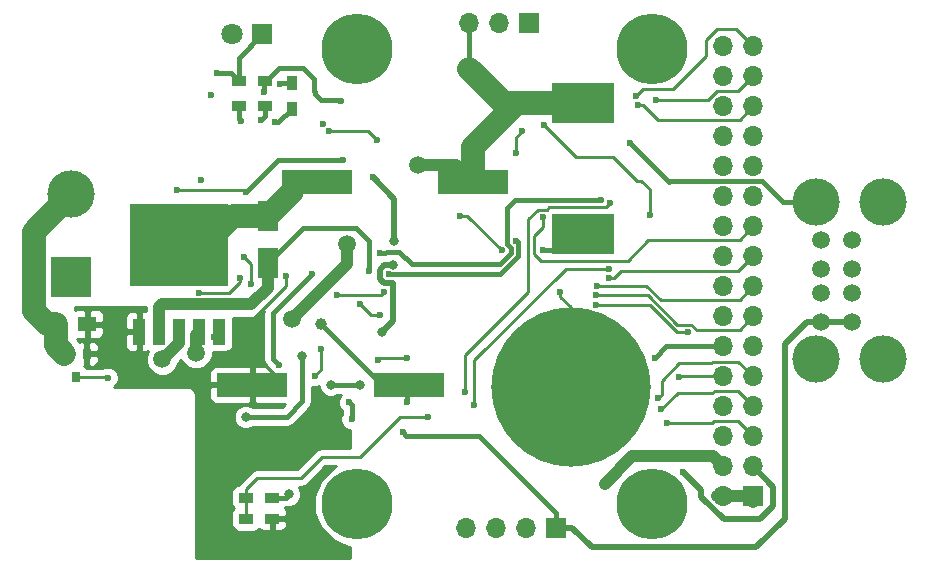
<source format=gbr>
G04 #@! TF.FileFunction,Copper,L1,Top,Signal*
%FSLAX46Y46*%
G04 Gerber Fmt 4.6, Leading zero omitted, Abs format (unit mm)*
G04 Created by KiCad (PCBNEW 4.0.7-e2-6376~58~ubuntu17.04.1) date Tue Sep  5 17:29:23 2017*
%MOMM*%
%LPD*%
G01*
G04 APERTURE LIST*
%ADD10C,0.100000*%
%ADD11R,6.000000X2.000000*%
%ADD12R,5.300000X3.500000*%
%ADD13R,1.700000X1.700000*%
%ADD14O,1.700000X1.700000*%
%ADD15R,0.800000X0.900000*%
%ADD16R,1.070000X2.160000*%
%ADD17R,8.330000X6.990000*%
%ADD18R,1.800000X2.500000*%
%ADD19R,1.800000X1.800000*%
%ADD20C,1.800000*%
%ADD21R,1.200000X0.900000*%
%ADD22R,1.500000X1.300000*%
%ADD23R,0.900000X1.200000*%
%ADD24C,13.500000*%
%ADD25C,6.000000*%
%ADD26C,4.000000*%
%ADD27C,1.500000*%
%ADD28R,3.500000X3.500000*%
%ADD29C,0.600000*%
%ADD30C,0.800000*%
%ADD31C,1.000000*%
%ADD32C,0.400000*%
%ADD33C,1.000000*%
%ADD34C,2.000000*%
%ADD35C,0.250000*%
%ADD36C,0.500000*%
%ADD37C,0.254000*%
G04 APERTURE END LIST*
D10*
D11*
X126467960Y-110855760D03*
X113217960Y-110855760D03*
D12*
X141211960Y-87007640D03*
X141211960Y-98107640D03*
D13*
X136652000Y-80250000D03*
D14*
X134112000Y-80250000D03*
X131572000Y-80250000D03*
D15*
X99200000Y-108225000D03*
X97300000Y-108225000D03*
X98250000Y-110225000D03*
D16*
X110420000Y-106340000D03*
X108720000Y-106340000D03*
X105320000Y-106340000D03*
X107020000Y-106340000D03*
X103620000Y-106340000D03*
D17*
X106970000Y-99040000D03*
D18*
X114500000Y-100530000D03*
X114500000Y-96530000D03*
D19*
X114046000Y-81153000D03*
D20*
X111506000Y-81153000D03*
D21*
X114892000Y-122174000D03*
X112692000Y-122174000D03*
X114892000Y-120396000D03*
X112692000Y-120396000D03*
D22*
X96550000Y-105725000D03*
X99250000Y-105725000D03*
D21*
X112057000Y-87249000D03*
X114257000Y-87249000D03*
X112057000Y-85090000D03*
X114257000Y-85090000D03*
D23*
X116586000Y-85260000D03*
X116586000Y-87460000D03*
D13*
X138938000Y-122936000D03*
D14*
X136398000Y-122936000D03*
X133858000Y-122936000D03*
X131318000Y-122936000D03*
D24*
X140175000Y-111075000D03*
D25*
X122075000Y-82450000D03*
X147025000Y-82450000D03*
X147025000Y-120950000D03*
X122075000Y-120950000D03*
D26*
X160950000Y-95400000D03*
X166650000Y-95400000D03*
X160950000Y-108700000D03*
X166650000Y-108700000D03*
D27*
X163950000Y-105550000D03*
X163950000Y-103050000D03*
X163950000Y-98550000D03*
X163950000Y-101050000D03*
X161350000Y-98550000D03*
X161350000Y-101050000D03*
X161350000Y-103050000D03*
X161350000Y-105550000D03*
D26*
X97874000Y-94728000D03*
D28*
X97874000Y-101728000D03*
D11*
X118668800Y-93675200D03*
X131918800Y-93675200D03*
D13*
X155630880Y-120263920D03*
D14*
X153090880Y-120263920D03*
X155630880Y-117723920D03*
X153090880Y-117723920D03*
X155630880Y-115183920D03*
X153090880Y-115183920D03*
X155630880Y-112643920D03*
X153090880Y-112643920D03*
X155630880Y-110103920D03*
X153090880Y-110103920D03*
X155630880Y-107563920D03*
X153090880Y-107563920D03*
X155630880Y-105023920D03*
X153090880Y-105023920D03*
X155630880Y-102483920D03*
X153090880Y-102483920D03*
X155630880Y-99943920D03*
X153090880Y-99943920D03*
X155630880Y-97403920D03*
X153090880Y-97403920D03*
X155630880Y-94863920D03*
X153090880Y-94863920D03*
X155630880Y-92323920D03*
X153090880Y-92323920D03*
X155630880Y-89783920D03*
X153090880Y-89783920D03*
X155630880Y-87243920D03*
X153090880Y-87243920D03*
X155630880Y-84703920D03*
X153090880Y-84703920D03*
X155630880Y-82163920D03*
X153090880Y-82163920D03*
D29*
X126278640Y-112339120D03*
D30*
X112659160Y-113568480D03*
X117444520Y-108397040D03*
D27*
X105597960Y-108676440D03*
D29*
X119180981Y-88735775D03*
X119715887Y-89342964D03*
X123763819Y-90123637D03*
X114500000Y-96530000D03*
X108839000Y-93482160D03*
X111600000Y-96530000D03*
D31*
X118998877Y-105726123D03*
D29*
X109748320Y-86334600D03*
X113924080Y-88463120D03*
X145219600Y-90373200D03*
D30*
X116300000Y-120125000D03*
X119862600Y-110825280D03*
X122336560Y-110891320D03*
D29*
X125933200Y-114884200D03*
D27*
X127208280Y-92232480D03*
X121239893Y-98901831D03*
X116575840Y-105283000D03*
D29*
X120716040Y-86781640D03*
X114239040Y-86029800D03*
D27*
X131572000Y-84074000D03*
D31*
X143075000Y-119225000D03*
D27*
X108458851Y-108157682D03*
D29*
X123123960Y-101224080D03*
X124749560Y-101488240D03*
X135510627Y-98645905D03*
X137862358Y-99420254D03*
X121419198Y-112333540D03*
X121611758Y-113763242D03*
X110205520Y-84424520D03*
X148300052Y-114048999D03*
X147851464Y-112873536D03*
X122326400Y-104023160D03*
X124058680Y-104968040D03*
X115143280Y-88630760D03*
X147575000Y-112000000D03*
X118482976Y-110102839D03*
X119065358Y-107827762D03*
X100970080Y-110246160D03*
X142325797Y-104081458D03*
X150088232Y-106368827D03*
X142305518Y-103281703D03*
X124325514Y-102985513D03*
X120421400Y-103205280D03*
X112146080Y-101798120D03*
X108691680Y-103035002D03*
X142396123Y-102486839D03*
X143377156Y-101825009D03*
X137797169Y-96670209D03*
X134315616Y-99451462D03*
X139247880Y-102951280D03*
X130759200Y-96520000D03*
X145868676Y-87181439D03*
X147370800Y-86724432D03*
X145700002Y-86399421D03*
X136075000Y-89375000D03*
X135525000Y-91225000D03*
X124023120Y-99715320D03*
X142736910Y-95183790D03*
X131216400Y-111485680D03*
X128046480Y-113563400D03*
X143487428Y-95487882D03*
X137866852Y-88840266D03*
X146900000Y-96475000D03*
X131998720Y-112547400D03*
X143375000Y-101025000D03*
X147278596Y-108568025D03*
X149300000Y-110175000D03*
X123885960Y-108778040D03*
X126273889Y-108540320D03*
X115500924Y-109155755D03*
X118272449Y-101452551D03*
X115557002Y-85415120D03*
X112227360Y-88524080D03*
X116100002Y-101640640D03*
D30*
X125118723Y-100667424D03*
X125222000Y-98663760D03*
D29*
X120924320Y-91790322D03*
X123420001Y-93289999D03*
X149666960Y-118252240D03*
D30*
X124190760Y-106349800D03*
D29*
X112703468Y-94510230D03*
X106873040Y-94345760D03*
X109955002Y-106786680D03*
X113106200Y-102321360D03*
X112537240Y-100030280D03*
D32*
X123667959Y-110814740D02*
X123667959Y-110395205D01*
X119498876Y-106226122D02*
X118998877Y-105726123D01*
X123667959Y-110395205D02*
X119498876Y-106226122D01*
X126467960Y-110855760D02*
X123708979Y-110855760D01*
X123708979Y-110855760D02*
X123667959Y-110814740D01*
X126278640Y-112339120D02*
X126278640Y-111045080D01*
X126278640Y-111045080D02*
X126467960Y-110855760D01*
X160950000Y-95400000D02*
X158121573Y-95400000D01*
X158121573Y-95400000D02*
X156335492Y-93613919D01*
X156335492Y-93613919D02*
X155869319Y-93613919D01*
X155869319Y-93613919D02*
X155849320Y-93593920D01*
X148560478Y-93593920D02*
X148500399Y-93653999D01*
X155849320Y-93593920D02*
X148560478Y-93593920D01*
X148500399Y-93653999D02*
X145219600Y-90373200D01*
X117444520Y-112237520D02*
X116113560Y-113568480D01*
X116113560Y-113568480D02*
X112659160Y-113568480D01*
X117444520Y-108397040D02*
X117444520Y-112237520D01*
D33*
X107020000Y-107279800D02*
X105623360Y-108676440D01*
X105623360Y-108676440D02*
X105597960Y-108676440D01*
X107020000Y-106340000D02*
X107020000Y-107279800D01*
X155638000Y-120304000D02*
X155638000Y-120812000D01*
X153098000Y-120304000D02*
X152546000Y-120304000D01*
X153098000Y-120304000D02*
X155638000Y-120304000D01*
D32*
X105679240Y-100761800D02*
X105679240Y-100330760D01*
X105679240Y-100330760D02*
X106970000Y-99040000D01*
D34*
X114500000Y-96530000D02*
X114511672Y-96530000D01*
X114511672Y-96530000D02*
X116545577Y-94496095D01*
D35*
X123763819Y-90123637D02*
X122983146Y-89342964D01*
X122983146Y-89342964D02*
X119715887Y-89342964D01*
D34*
X116545577Y-94496095D02*
X116540000Y-94490000D01*
X111600000Y-96530000D02*
X107500460Y-100629540D01*
X114500000Y-96530000D02*
X111600000Y-96530000D01*
D32*
X114257000Y-87249000D02*
X114257000Y-88130200D01*
X114257000Y-88130200D02*
X113924080Y-88463120D01*
X114892000Y-120396000D02*
X116029000Y-120396000D01*
X116029000Y-120396000D02*
X116300000Y-120125000D01*
X122336560Y-110891320D02*
X119928640Y-110891320D01*
X119928640Y-110891320D02*
X119862600Y-110825280D01*
D34*
X135586360Y-87007640D02*
X134505640Y-87007640D01*
X134505640Y-87007640D02*
X131572000Y-84074000D01*
X135586360Y-87007640D02*
X141211960Y-87007640D01*
D33*
X127208280Y-92232480D02*
X130476080Y-92232480D01*
X130476080Y-92232480D02*
X131918800Y-93675200D01*
D32*
X132400360Y-115148360D02*
X126197360Y-115148360D01*
X126197360Y-115148360D02*
X125933200Y-114884200D01*
X138938000Y-122936000D02*
X138938000Y-121686000D01*
X138938000Y-121686000D02*
X132400360Y-115148360D01*
D34*
X131918800Y-93675200D02*
X131918800Y-90675200D01*
X131918800Y-90675200D02*
X135586360Y-87007640D01*
D33*
X116575840Y-105283000D02*
X121239893Y-100618947D01*
X121239893Y-100618947D02*
X121239893Y-98901831D01*
D32*
X119024400Y-86710520D02*
X120644920Y-86710520D01*
X120644920Y-86710520D02*
X120716040Y-86781640D01*
X118506121Y-86192241D02*
X119024400Y-86710520D01*
X118445280Y-85989160D02*
X118506121Y-86050001D01*
X118506121Y-86050001D02*
X118506121Y-86192241D01*
X118445280Y-84989278D02*
X118445280Y-85989160D01*
X114257000Y-85090000D02*
X114407000Y-85090000D01*
X114407000Y-85090000D02*
X115437001Y-84059999D01*
X115437001Y-84059999D02*
X117516001Y-84059999D01*
X117516001Y-84059999D02*
X118445280Y-84989278D01*
X114239040Y-86029800D02*
X114239040Y-85107960D01*
X114239040Y-85107960D02*
X114257000Y-85090000D01*
X131572000Y-80250000D02*
X131572000Y-84074000D01*
D36*
X138938000Y-122936000D02*
X140288000Y-122936000D01*
X158299999Y-122200001D02*
X158299999Y-107427999D01*
X140288000Y-122936000D02*
X141952001Y-124600001D01*
X141952001Y-124600001D02*
X155899999Y-124600001D01*
X155899999Y-124600001D02*
X158299999Y-122200001D01*
X160177998Y-105550000D02*
X161350000Y-105550000D01*
X158299999Y-107427999D02*
X160177998Y-105550000D01*
X161350000Y-105550000D02*
X163950000Y-105550000D01*
D33*
X143075000Y-119225000D02*
X145385999Y-116914001D01*
X145385999Y-116914001D02*
X152248001Y-116914001D01*
X152248001Y-116914001D02*
X153098000Y-117764000D01*
X108458851Y-107097022D02*
X108458851Y-108157682D01*
X108458851Y-106601149D02*
X108458851Y-107097022D01*
X108720000Y-106340000D02*
X108458851Y-106601149D01*
D36*
X152809001Y-117475001D02*
X153098000Y-117764000D01*
D33*
X105320000Y-106340000D02*
X105320000Y-104260000D01*
X113131640Y-104035004D02*
X114500000Y-102666644D01*
X105320000Y-104260000D02*
X105544996Y-104035004D01*
X105544996Y-104035004D02*
X113131640Y-104035004D01*
X114500000Y-102666644D02*
X114500000Y-100530000D01*
D32*
X123123960Y-101224080D02*
X123123960Y-100799816D01*
X123123960Y-100799816D02*
X123125000Y-100798776D01*
X123125000Y-100798776D02*
X123125000Y-98688636D01*
X134176631Y-101475000D02*
X124762800Y-101475000D01*
X124762800Y-101475000D02*
X124749560Y-101488240D01*
X134176631Y-101475000D02*
X135685142Y-99966489D01*
X135685142Y-98797423D02*
X135533624Y-98645905D01*
X121988193Y-97551829D02*
X123125000Y-98688636D01*
X117478171Y-97551829D02*
X121988193Y-97551829D01*
X135533624Y-98645905D02*
X135510627Y-98645905D01*
X114500000Y-100530000D02*
X117478171Y-97551829D01*
X135685142Y-99966489D02*
X135685142Y-98797423D01*
X140539746Y-99420254D02*
X137862358Y-99420254D01*
X142350000Y-97610000D02*
X140539746Y-99420254D01*
X121611758Y-112526100D02*
X121419198Y-112333540D01*
X121611758Y-113763242D02*
X121611758Y-112526100D01*
X110205520Y-84424520D02*
X111391520Y-84424520D01*
X111391520Y-84424520D02*
X112057000Y-85090000D01*
X112057000Y-85090000D02*
X112057000Y-83142000D01*
X112057000Y-83142000D02*
X114046000Y-81153000D01*
X112207000Y-85090000D02*
X112057000Y-85090000D01*
D35*
X152283160Y-113908840D02*
X154322840Y-113908840D01*
X154322840Y-113908840D02*
X155638000Y-115224000D01*
X152143001Y-114048999D02*
X152283160Y-113908840D01*
X148300052Y-114048999D02*
X152143001Y-114048999D01*
X152323800Y-111373920D02*
X154327920Y-111373920D01*
X154327920Y-111373920D02*
X155638000Y-112684000D01*
X152188721Y-111508999D02*
X152323800Y-111373920D01*
X149216001Y-111508999D02*
X152188721Y-111508999D01*
X149216001Y-111508999D02*
X147851464Y-112873536D01*
X152191720Y-108879640D02*
X154373640Y-108879640D01*
X154373640Y-108879640D02*
X155638000Y-110144000D01*
X152071360Y-109000000D02*
X152191720Y-108879640D01*
X149375000Y-109000000D02*
X152071360Y-109000000D01*
X124058680Y-104968040D02*
X123271280Y-104968040D01*
X123271280Y-104968040D02*
X122326400Y-104023160D01*
D32*
X115143280Y-88630760D02*
X115415240Y-88630760D01*
X115415240Y-88630760D02*
X116586000Y-87460000D01*
D35*
X147575000Y-112000000D02*
X147874999Y-111700001D01*
X147874999Y-110500001D02*
X149375000Y-109000000D01*
X147874999Y-111700001D02*
X147874999Y-110500001D01*
X119065358Y-109520457D02*
X118482976Y-110102839D01*
X119065358Y-107827762D02*
X119065358Y-109520457D01*
X98250000Y-110225000D02*
X100948920Y-110225000D01*
X100948920Y-110225000D02*
X100970080Y-110246160D01*
X146906458Y-104081458D02*
X142325797Y-104081458D01*
X150088232Y-106368827D02*
X149193827Y-106368827D01*
X149193827Y-106368827D02*
X146906458Y-104081458D01*
X146743114Y-103281703D02*
X142305518Y-103281703D01*
X150388234Y-105743825D02*
X149205236Y-105743825D01*
X155638000Y-105064000D02*
X154462999Y-106239001D01*
X154462999Y-106239001D02*
X150883410Y-106239001D01*
X149205236Y-105743825D02*
X146743114Y-103281703D01*
X150883410Y-106239001D02*
X150388234Y-105743825D01*
X120421400Y-103205280D02*
X124105747Y-103205280D01*
X124105747Y-103205280D02*
X124325514Y-102985513D01*
X112146080Y-102108922D02*
X112146080Y-101798120D01*
X108691680Y-103035002D02*
X111220000Y-103035002D01*
X111220000Y-103035002D02*
X112146080Y-102108922D01*
X155638000Y-102524000D02*
X154462999Y-103699001D01*
X154462999Y-103699001D02*
X147796821Y-103699001D01*
X147796821Y-103699001D02*
X146584659Y-102486839D01*
X146584659Y-102486839D02*
X142396123Y-102486839D01*
X144387109Y-101239320D02*
X154335480Y-101239320D01*
X154335480Y-101239320D02*
X155630880Y-99943920D01*
X143377156Y-101825009D02*
X143801420Y-101825009D01*
X143801420Y-101825009D02*
X144387109Y-101239320D01*
X155638000Y-97444000D02*
X154462999Y-98619001D01*
X154462999Y-98619001D02*
X146708323Y-98619001D01*
X137053320Y-98221800D02*
X137797169Y-97477951D01*
X146708323Y-98619001D02*
X145002404Y-100324920D01*
X145002404Y-100324920D02*
X137637520Y-100324920D01*
X137637520Y-100324920D02*
X137053320Y-99740720D01*
X137053320Y-99740720D02*
X137053320Y-98221800D01*
X137797169Y-97477951D02*
X137797169Y-96670209D01*
X131384154Y-96520000D02*
X134315616Y-99451462D01*
X130759200Y-96520000D02*
X131384154Y-96520000D01*
X139247880Y-102951280D02*
X139247880Y-103375544D01*
X139247880Y-103375544D02*
X140175000Y-104302664D01*
X140175000Y-104302664D02*
X140175000Y-111075000D01*
X145868676Y-87181439D02*
X146292940Y-87181439D01*
X146292940Y-87181439D02*
X147570502Y-88459001D01*
X147570502Y-88459001D02*
X154462999Y-88459001D01*
X154462999Y-88459001D02*
X155638000Y-87284000D01*
X154365960Y-85968840D02*
X155630880Y-84703920D01*
X152516840Y-85968840D02*
X154365960Y-85968840D01*
X151761248Y-86724432D02*
X152516840Y-85968840D01*
X147370800Y-86724432D02*
X151761248Y-86724432D01*
X145700002Y-86399421D02*
X146324422Y-85775001D01*
X146324422Y-85775001D02*
X148870199Y-85775001D01*
X151648160Y-81635600D02*
X152542240Y-80741520D01*
X148870199Y-85775001D02*
X151648160Y-82997040D01*
X151648160Y-82997040D02*
X151648160Y-81635600D01*
X152542240Y-80741520D02*
X154175520Y-80741520D01*
X154175520Y-80741520D02*
X155638000Y-82204000D01*
X135525000Y-89925000D02*
X136075000Y-89375000D01*
X135525000Y-91225000D02*
X135525000Y-89925000D01*
D32*
X124023120Y-99715320D02*
X124447384Y-99715320D01*
X124447384Y-99715320D02*
X124576826Y-99585878D01*
X124576826Y-99585878D02*
X125656802Y-99585878D01*
X125656802Y-99585878D02*
X126694761Y-100623837D01*
X126694761Y-100623837D02*
X134179251Y-100623837D01*
X134179251Y-100623837D02*
X135085131Y-99717957D01*
X135085131Y-99717957D02*
X135085131Y-99231013D01*
X135085131Y-99231013D02*
X134810625Y-98956507D01*
X135481601Y-95183790D02*
X142736910Y-95183790D01*
X134810625Y-98956507D02*
X134810625Y-95854766D01*
X134810625Y-95854766D02*
X135481601Y-95183790D01*
D35*
X131216400Y-111485680D02*
X131216400Y-108330602D01*
X131216400Y-108330602D02*
X136560560Y-102986442D01*
X122316240Y-116987320D02*
X125740160Y-113563400D01*
X125740160Y-113563400D02*
X128046480Y-113563400D01*
X119090440Y-116987320D02*
X122316240Y-116987320D01*
X117322600Y-118755160D02*
X119090440Y-116987320D01*
X112692000Y-119696000D02*
X113632840Y-118755160D01*
X113632840Y-118755160D02*
X117322600Y-118755160D01*
X138358880Y-95808800D02*
X143166510Y-95808800D01*
X143166510Y-95808800D02*
X143487428Y-95487882D01*
X138135041Y-96032639D02*
X138358880Y-95808800D01*
X136560560Y-96845120D02*
X137373041Y-96032639D01*
X137373041Y-96032639D02*
X138135041Y-96032639D01*
X136560560Y-102986442D02*
X136560560Y-96845120D01*
X112692000Y-120396000D02*
X112692000Y-119696000D01*
X112692000Y-122174000D02*
X112499000Y-122174000D01*
X112692000Y-120396000D02*
X112692000Y-122174000D01*
X137866852Y-88840266D02*
X140578346Y-91551760D01*
X140578346Y-91551760D02*
X143738600Y-91551760D01*
X143738600Y-91551760D02*
X145745200Y-93558360D01*
X145745200Y-93558360D02*
X146146520Y-93558360D01*
X146900000Y-94311840D02*
X146900000Y-96475000D01*
X146146520Y-93558360D02*
X146900000Y-94311840D01*
X139753998Y-101025000D02*
X143375000Y-101025000D01*
X131998720Y-112547400D02*
X131998720Y-108780278D01*
X139753998Y-101025000D02*
X139825002Y-101025000D01*
X131998720Y-108780278D02*
X139753998Y-101025000D01*
D32*
X148242621Y-107604000D02*
X147278596Y-108568025D01*
X153098000Y-107604000D02*
X148242621Y-107604000D01*
D35*
X153098000Y-110144000D02*
X149331000Y-110144000D01*
X149331000Y-110144000D02*
X149300000Y-110175000D01*
D36*
X153004000Y-110050000D02*
X153098000Y-110144000D01*
D35*
X126273889Y-108540320D02*
X124123680Y-108540320D01*
X124123680Y-108540320D02*
X123885960Y-108778040D01*
D32*
X114971410Y-108626241D02*
X115500924Y-109155755D01*
X118272449Y-101452551D02*
X114971410Y-104753590D01*
X114971410Y-104753590D02*
X114971410Y-108626241D01*
D34*
X96550000Y-107475000D02*
X97300000Y-108225000D01*
X96550000Y-105725000D02*
X96550000Y-107475000D01*
X96550000Y-105725000D02*
X95850998Y-105725000D01*
X95850998Y-105725000D02*
X94723999Y-104598001D01*
X94723999Y-104598001D02*
X94723999Y-97878001D01*
X94723999Y-97878001D02*
X97874000Y-94728000D01*
D32*
X116586000Y-85260000D02*
X115712122Y-85260000D01*
X115712122Y-85260000D02*
X115557002Y-85415120D01*
X112057000Y-88353720D02*
X112227360Y-88524080D01*
X112057000Y-87249000D02*
X112057000Y-88353720D01*
D35*
X116100002Y-101640640D02*
X116100002Y-102516226D01*
X113050320Y-107924344D02*
X115718000Y-110592024D01*
X116100002Y-102516226D02*
X113050320Y-105565908D01*
X115718000Y-110592024D02*
X115718000Y-110744000D01*
X113050320Y-105565908D02*
X113050320Y-107924344D01*
D36*
X124389558Y-100738238D02*
X125047909Y-100738238D01*
X124389558Y-102238242D02*
X123999558Y-101848242D01*
X123999558Y-101848242D02*
X123999558Y-101128238D01*
X125109562Y-102238242D02*
X124389558Y-102238242D01*
X123999558Y-101128238D02*
X124389558Y-100738238D01*
X125110240Y-102237564D02*
X125109562Y-102238242D01*
X125110240Y-105430320D02*
X125110240Y-102237564D01*
X124190760Y-106349800D02*
X125110240Y-105430320D01*
X125047909Y-100738238D02*
X125118723Y-100667424D01*
D32*
X112703468Y-94510230D02*
X115423376Y-91790322D01*
X115423376Y-91790322D02*
X120924320Y-91790322D01*
D36*
X149666960Y-118252240D02*
X151211280Y-119796560D01*
X151211280Y-119796560D02*
X151211280Y-120341282D01*
X157337760Y-121114242D02*
X157337760Y-119463760D01*
X157337760Y-119463760D02*
X155638000Y-117764000D01*
X153120198Y-122250200D02*
X156201802Y-122250200D01*
X156201802Y-122250200D02*
X157337760Y-121114242D01*
X151211280Y-120341282D02*
X153120198Y-122250200D01*
X123420001Y-93289999D02*
X125222000Y-95091998D01*
X125222000Y-95091998D02*
X125222000Y-98663760D01*
D35*
X112538998Y-94345760D02*
X112703468Y-94510230D01*
X106873040Y-94345760D02*
X112538998Y-94345760D01*
X109955002Y-106786680D02*
X109973320Y-106786680D01*
X109973320Y-106786680D02*
X110420000Y-106340000D01*
X112537240Y-100030280D02*
X113106200Y-100599240D01*
X113106200Y-100599240D02*
X113106200Y-102321360D01*
D37*
G36*
X104185000Y-104260000D02*
X104185000Y-104625000D01*
X103905750Y-104625000D01*
X103747000Y-104783750D01*
X103747000Y-106213000D01*
X103767000Y-106213000D01*
X103767000Y-106467000D01*
X103747000Y-106467000D01*
X103747000Y-107896250D01*
X103905750Y-108055000D01*
X104281310Y-108055000D01*
X104371936Y-108017461D01*
X104213201Y-108399738D01*
X104212720Y-108950725D01*
X104423129Y-109459955D01*
X104812396Y-109849901D01*
X105321258Y-110061199D01*
X105872245Y-110061680D01*
X106381475Y-109851271D01*
X106503508Y-109729450D01*
X109582960Y-109729450D01*
X109582960Y-110570010D01*
X109741710Y-110728760D01*
X113090960Y-110728760D01*
X113090960Y-109379510D01*
X112932210Y-109220760D01*
X110091651Y-109220760D01*
X109858262Y-109317433D01*
X109679633Y-109496061D01*
X109582960Y-109729450D01*
X106503508Y-109729450D01*
X106771421Y-109462004D01*
X106982719Y-108953142D01*
X106982746Y-108922186D01*
X107190375Y-108714557D01*
X107284020Y-108941197D01*
X107673287Y-109331143D01*
X108182149Y-109542441D01*
X108733136Y-109542922D01*
X109242366Y-109332513D01*
X109632312Y-108943246D01*
X109843610Y-108434384D01*
X109843938Y-108059125D01*
X109885000Y-108067440D01*
X110955000Y-108067440D01*
X111190317Y-108023162D01*
X111406441Y-107884090D01*
X111551431Y-107671890D01*
X111602440Y-107420000D01*
X111602440Y-105260000D01*
X111585506Y-105170004D01*
X113131640Y-105170004D01*
X113565986Y-105083607D01*
X113934206Y-104837570D01*
X114165766Y-104606010D01*
X114136410Y-104753590D01*
X114136410Y-108626241D01*
X114199971Y-108945782D01*
X114340271Y-109155755D01*
X114380976Y-109216675D01*
X114385061Y-109220760D01*
X113503710Y-109220760D01*
X113344960Y-109379510D01*
X113344960Y-110728760D01*
X113364960Y-110728760D01*
X113364960Y-110982760D01*
X113344960Y-110982760D01*
X113344960Y-112332010D01*
X113503710Y-112490760D01*
X116010412Y-112490760D01*
X115767692Y-112733480D01*
X113288052Y-112733480D01*
X113246206Y-112691561D01*
X112865937Y-112533660D01*
X112454189Y-112533301D01*
X112073645Y-112690538D01*
X111782241Y-112981434D01*
X111624340Y-113361703D01*
X111623981Y-113773451D01*
X111781218Y-114153995D01*
X112072114Y-114445399D01*
X112452383Y-114603300D01*
X112864131Y-114603659D01*
X113244675Y-114446422D01*
X113287692Y-114403480D01*
X116113560Y-114403480D01*
X116433101Y-114339919D01*
X116703994Y-114158914D01*
X118034954Y-112827954D01*
X118215960Y-112557060D01*
X118279520Y-112237520D01*
X118279520Y-111030760D01*
X118296177Y-111037677D01*
X118668143Y-111038001D01*
X118827472Y-110972168D01*
X118827421Y-111030251D01*
X118984658Y-111410795D01*
X119275554Y-111702199D01*
X119655823Y-111860100D01*
X120067571Y-111860459D01*
X120392213Y-111726320D01*
X120704033Y-111726320D01*
X120627006Y-111803213D01*
X120484360Y-112146741D01*
X120484036Y-112518707D01*
X120626081Y-112862483D01*
X120776758Y-113013423D01*
X120776758Y-113336008D01*
X120676920Y-113576443D01*
X120676596Y-113948409D01*
X120818641Y-114292185D01*
X121081431Y-114555434D01*
X121424959Y-114698080D01*
X121523000Y-114698165D01*
X121523000Y-116227320D01*
X119090440Y-116227320D01*
X118799600Y-116285172D01*
X118553039Y-116449919D01*
X117007798Y-117995160D01*
X113632840Y-117995160D01*
X113342001Y-118053012D01*
X113095439Y-118217759D01*
X112154599Y-119158599D01*
X112056634Y-119305215D01*
X111856683Y-119342838D01*
X111640559Y-119481910D01*
X111495569Y-119694110D01*
X111444560Y-119946000D01*
X111444560Y-120846000D01*
X111488838Y-121081317D01*
X111621607Y-121287647D01*
X111495569Y-121472110D01*
X111444560Y-121724000D01*
X111444560Y-122624000D01*
X111488838Y-122859317D01*
X111627910Y-123075441D01*
X111840110Y-123220431D01*
X112092000Y-123271440D01*
X113292000Y-123271440D01*
X113527317Y-123227162D01*
X113743441Y-123088090D01*
X113789969Y-123019994D01*
X113932302Y-123162327D01*
X114165691Y-123259000D01*
X114606250Y-123259000D01*
X114765000Y-123100250D01*
X114765000Y-122301000D01*
X115019000Y-122301000D01*
X115019000Y-123100250D01*
X115177750Y-123259000D01*
X115618309Y-123259000D01*
X115851698Y-123162327D01*
X116030327Y-122983699D01*
X116127000Y-122750310D01*
X116127000Y-122459750D01*
X115968250Y-122301000D01*
X115019000Y-122301000D01*
X114765000Y-122301000D01*
X114745000Y-122301000D01*
X114745000Y-122047000D01*
X114765000Y-122047000D01*
X114765000Y-122027000D01*
X115019000Y-122027000D01*
X115019000Y-122047000D01*
X115968250Y-122047000D01*
X116127000Y-121888250D01*
X116127000Y-121597690D01*
X116030327Y-121364301D01*
X115956704Y-121290679D01*
X115997481Y-121231000D01*
X116029000Y-121231000D01*
X116348541Y-121167439D01*
X116359596Y-121160052D01*
X116504971Y-121160179D01*
X116885515Y-121002942D01*
X117176919Y-120712046D01*
X117334820Y-120331777D01*
X117335179Y-119920029D01*
X117177942Y-119539485D01*
X117153659Y-119515160D01*
X117322600Y-119515160D01*
X117613439Y-119457308D01*
X117860001Y-119292561D01*
X119405242Y-117747320D01*
X120307308Y-117747320D01*
X120018628Y-117866600D01*
X118995194Y-118888249D01*
X118440632Y-120223782D01*
X118439370Y-121669874D01*
X118991600Y-123006372D01*
X120013249Y-124029806D01*
X121348782Y-124584368D01*
X121523000Y-124584520D01*
X121523000Y-125499000D01*
X108428000Y-125499000D01*
X108428000Y-111709000D01*
X108373954Y-111437295D01*
X108220046Y-111206954D01*
X108122102Y-111141510D01*
X109582960Y-111141510D01*
X109582960Y-111982070D01*
X109679633Y-112215459D01*
X109858262Y-112394087D01*
X110091651Y-112490760D01*
X112932210Y-112490760D01*
X113090960Y-112332010D01*
X113090960Y-110982760D01*
X109741710Y-110982760D01*
X109582960Y-111141510D01*
X108122102Y-111141510D01*
X107989705Y-111053046D01*
X107718000Y-110999000D01*
X101539370Y-110999000D01*
X101762272Y-110776487D01*
X101904918Y-110432959D01*
X101905242Y-110060993D01*
X101763197Y-109717217D01*
X101500407Y-109453968D01*
X101156879Y-109311322D01*
X100784913Y-109310998D01*
X100441137Y-109453043D01*
X100429159Y-109465000D01*
X99205105Y-109465000D01*
X99114090Y-109323559D01*
X98987314Y-109236936D01*
X99073000Y-109151250D01*
X99073000Y-108352000D01*
X99327000Y-108352000D01*
X99327000Y-109151250D01*
X99485750Y-109310000D01*
X99726310Y-109310000D01*
X99959699Y-109213327D01*
X100138327Y-109034698D01*
X100235000Y-108801309D01*
X100235000Y-108510750D01*
X100076250Y-108352000D01*
X99327000Y-108352000D01*
X99073000Y-108352000D01*
X99053000Y-108352000D01*
X99053000Y-108098000D01*
X99073000Y-108098000D01*
X99073000Y-107298750D01*
X99327000Y-107298750D01*
X99327000Y-108098000D01*
X100076250Y-108098000D01*
X100235000Y-107939250D01*
X100235000Y-107648691D01*
X100138327Y-107415302D01*
X99959699Y-107236673D01*
X99726310Y-107140000D01*
X99485750Y-107140000D01*
X99327000Y-107298750D01*
X99073000Y-107298750D01*
X98914250Y-107140000D01*
X98673690Y-107140000D01*
X98540502Y-107195168D01*
X98456119Y-107068880D01*
X98397239Y-107010000D01*
X98964250Y-107010000D01*
X99123000Y-106851250D01*
X99123000Y-105852000D01*
X99377000Y-105852000D01*
X99377000Y-106851250D01*
X99535750Y-107010000D01*
X100126309Y-107010000D01*
X100359698Y-106913327D01*
X100538327Y-106734699D01*
X100583455Y-106625750D01*
X102450000Y-106625750D01*
X102450000Y-107546309D01*
X102546673Y-107779698D01*
X102725301Y-107958327D01*
X102958690Y-108055000D01*
X103334250Y-108055000D01*
X103493000Y-107896250D01*
X103493000Y-106467000D01*
X102608750Y-106467000D01*
X102450000Y-106625750D01*
X100583455Y-106625750D01*
X100635000Y-106501310D01*
X100635000Y-106010750D01*
X100476250Y-105852000D01*
X99377000Y-105852000D01*
X99123000Y-105852000D01*
X99103000Y-105852000D01*
X99103000Y-105598000D01*
X99123000Y-105598000D01*
X99123000Y-104598750D01*
X99377000Y-104598750D01*
X99377000Y-105598000D01*
X100476250Y-105598000D01*
X100635000Y-105439250D01*
X100635000Y-105133691D01*
X102450000Y-105133691D01*
X102450000Y-106054250D01*
X102608750Y-106213000D01*
X103493000Y-106213000D01*
X103493000Y-104783750D01*
X103334250Y-104625000D01*
X102958690Y-104625000D01*
X102725301Y-104721673D01*
X102546673Y-104900302D01*
X102450000Y-105133691D01*
X100635000Y-105133691D01*
X100635000Y-104948690D01*
X100538327Y-104715301D01*
X100359698Y-104536673D01*
X100126309Y-104440000D01*
X99535750Y-104440000D01*
X99377000Y-104598750D01*
X99123000Y-104598750D01*
X98964250Y-104440000D01*
X98373691Y-104440000D01*
X98178457Y-104520869D01*
X98177440Y-104227000D01*
X104191564Y-104227000D01*
X104185000Y-104260000D01*
X104185000Y-104260000D01*
G37*
X104185000Y-104260000D02*
X104185000Y-104625000D01*
X103905750Y-104625000D01*
X103747000Y-104783750D01*
X103747000Y-106213000D01*
X103767000Y-106213000D01*
X103767000Y-106467000D01*
X103747000Y-106467000D01*
X103747000Y-107896250D01*
X103905750Y-108055000D01*
X104281310Y-108055000D01*
X104371936Y-108017461D01*
X104213201Y-108399738D01*
X104212720Y-108950725D01*
X104423129Y-109459955D01*
X104812396Y-109849901D01*
X105321258Y-110061199D01*
X105872245Y-110061680D01*
X106381475Y-109851271D01*
X106503508Y-109729450D01*
X109582960Y-109729450D01*
X109582960Y-110570010D01*
X109741710Y-110728760D01*
X113090960Y-110728760D01*
X113090960Y-109379510D01*
X112932210Y-109220760D01*
X110091651Y-109220760D01*
X109858262Y-109317433D01*
X109679633Y-109496061D01*
X109582960Y-109729450D01*
X106503508Y-109729450D01*
X106771421Y-109462004D01*
X106982719Y-108953142D01*
X106982746Y-108922186D01*
X107190375Y-108714557D01*
X107284020Y-108941197D01*
X107673287Y-109331143D01*
X108182149Y-109542441D01*
X108733136Y-109542922D01*
X109242366Y-109332513D01*
X109632312Y-108943246D01*
X109843610Y-108434384D01*
X109843938Y-108059125D01*
X109885000Y-108067440D01*
X110955000Y-108067440D01*
X111190317Y-108023162D01*
X111406441Y-107884090D01*
X111551431Y-107671890D01*
X111602440Y-107420000D01*
X111602440Y-105260000D01*
X111585506Y-105170004D01*
X113131640Y-105170004D01*
X113565986Y-105083607D01*
X113934206Y-104837570D01*
X114165766Y-104606010D01*
X114136410Y-104753590D01*
X114136410Y-108626241D01*
X114199971Y-108945782D01*
X114340271Y-109155755D01*
X114380976Y-109216675D01*
X114385061Y-109220760D01*
X113503710Y-109220760D01*
X113344960Y-109379510D01*
X113344960Y-110728760D01*
X113364960Y-110728760D01*
X113364960Y-110982760D01*
X113344960Y-110982760D01*
X113344960Y-112332010D01*
X113503710Y-112490760D01*
X116010412Y-112490760D01*
X115767692Y-112733480D01*
X113288052Y-112733480D01*
X113246206Y-112691561D01*
X112865937Y-112533660D01*
X112454189Y-112533301D01*
X112073645Y-112690538D01*
X111782241Y-112981434D01*
X111624340Y-113361703D01*
X111623981Y-113773451D01*
X111781218Y-114153995D01*
X112072114Y-114445399D01*
X112452383Y-114603300D01*
X112864131Y-114603659D01*
X113244675Y-114446422D01*
X113287692Y-114403480D01*
X116113560Y-114403480D01*
X116433101Y-114339919D01*
X116703994Y-114158914D01*
X118034954Y-112827954D01*
X118215960Y-112557060D01*
X118279520Y-112237520D01*
X118279520Y-111030760D01*
X118296177Y-111037677D01*
X118668143Y-111038001D01*
X118827472Y-110972168D01*
X118827421Y-111030251D01*
X118984658Y-111410795D01*
X119275554Y-111702199D01*
X119655823Y-111860100D01*
X120067571Y-111860459D01*
X120392213Y-111726320D01*
X120704033Y-111726320D01*
X120627006Y-111803213D01*
X120484360Y-112146741D01*
X120484036Y-112518707D01*
X120626081Y-112862483D01*
X120776758Y-113013423D01*
X120776758Y-113336008D01*
X120676920Y-113576443D01*
X120676596Y-113948409D01*
X120818641Y-114292185D01*
X121081431Y-114555434D01*
X121424959Y-114698080D01*
X121523000Y-114698165D01*
X121523000Y-116227320D01*
X119090440Y-116227320D01*
X118799600Y-116285172D01*
X118553039Y-116449919D01*
X117007798Y-117995160D01*
X113632840Y-117995160D01*
X113342001Y-118053012D01*
X113095439Y-118217759D01*
X112154599Y-119158599D01*
X112056634Y-119305215D01*
X111856683Y-119342838D01*
X111640559Y-119481910D01*
X111495569Y-119694110D01*
X111444560Y-119946000D01*
X111444560Y-120846000D01*
X111488838Y-121081317D01*
X111621607Y-121287647D01*
X111495569Y-121472110D01*
X111444560Y-121724000D01*
X111444560Y-122624000D01*
X111488838Y-122859317D01*
X111627910Y-123075441D01*
X111840110Y-123220431D01*
X112092000Y-123271440D01*
X113292000Y-123271440D01*
X113527317Y-123227162D01*
X113743441Y-123088090D01*
X113789969Y-123019994D01*
X113932302Y-123162327D01*
X114165691Y-123259000D01*
X114606250Y-123259000D01*
X114765000Y-123100250D01*
X114765000Y-122301000D01*
X115019000Y-122301000D01*
X115019000Y-123100250D01*
X115177750Y-123259000D01*
X115618309Y-123259000D01*
X115851698Y-123162327D01*
X116030327Y-122983699D01*
X116127000Y-122750310D01*
X116127000Y-122459750D01*
X115968250Y-122301000D01*
X115019000Y-122301000D01*
X114765000Y-122301000D01*
X114745000Y-122301000D01*
X114745000Y-122047000D01*
X114765000Y-122047000D01*
X114765000Y-122027000D01*
X115019000Y-122027000D01*
X115019000Y-122047000D01*
X115968250Y-122047000D01*
X116127000Y-121888250D01*
X116127000Y-121597690D01*
X116030327Y-121364301D01*
X115956704Y-121290679D01*
X115997481Y-121231000D01*
X116029000Y-121231000D01*
X116348541Y-121167439D01*
X116359596Y-121160052D01*
X116504971Y-121160179D01*
X116885515Y-121002942D01*
X117176919Y-120712046D01*
X117334820Y-120331777D01*
X117335179Y-119920029D01*
X117177942Y-119539485D01*
X117153659Y-119515160D01*
X117322600Y-119515160D01*
X117613439Y-119457308D01*
X117860001Y-119292561D01*
X119405242Y-117747320D01*
X120307308Y-117747320D01*
X120018628Y-117866600D01*
X118995194Y-118888249D01*
X118440632Y-120223782D01*
X118439370Y-121669874D01*
X118991600Y-123006372D01*
X120013249Y-124029806D01*
X121348782Y-124584368D01*
X121523000Y-124584520D01*
X121523000Y-125499000D01*
X108428000Y-125499000D01*
X108428000Y-111709000D01*
X108373954Y-111437295D01*
X108220046Y-111206954D01*
X108122102Y-111141510D01*
X109582960Y-111141510D01*
X109582960Y-111982070D01*
X109679633Y-112215459D01*
X109858262Y-112394087D01*
X110091651Y-112490760D01*
X112932210Y-112490760D01*
X113090960Y-112332010D01*
X113090960Y-110982760D01*
X109741710Y-110982760D01*
X109582960Y-111141510D01*
X108122102Y-111141510D01*
X107989705Y-111053046D01*
X107718000Y-110999000D01*
X101539370Y-110999000D01*
X101762272Y-110776487D01*
X101904918Y-110432959D01*
X101905242Y-110060993D01*
X101763197Y-109717217D01*
X101500407Y-109453968D01*
X101156879Y-109311322D01*
X100784913Y-109310998D01*
X100441137Y-109453043D01*
X100429159Y-109465000D01*
X99205105Y-109465000D01*
X99114090Y-109323559D01*
X98987314Y-109236936D01*
X99073000Y-109151250D01*
X99073000Y-108352000D01*
X99327000Y-108352000D01*
X99327000Y-109151250D01*
X99485750Y-109310000D01*
X99726310Y-109310000D01*
X99959699Y-109213327D01*
X100138327Y-109034698D01*
X100235000Y-108801309D01*
X100235000Y-108510750D01*
X100076250Y-108352000D01*
X99327000Y-108352000D01*
X99073000Y-108352000D01*
X99053000Y-108352000D01*
X99053000Y-108098000D01*
X99073000Y-108098000D01*
X99073000Y-107298750D01*
X99327000Y-107298750D01*
X99327000Y-108098000D01*
X100076250Y-108098000D01*
X100235000Y-107939250D01*
X100235000Y-107648691D01*
X100138327Y-107415302D01*
X99959699Y-107236673D01*
X99726310Y-107140000D01*
X99485750Y-107140000D01*
X99327000Y-107298750D01*
X99073000Y-107298750D01*
X98914250Y-107140000D01*
X98673690Y-107140000D01*
X98540502Y-107195168D01*
X98456119Y-107068880D01*
X98397239Y-107010000D01*
X98964250Y-107010000D01*
X99123000Y-106851250D01*
X99123000Y-105852000D01*
X99377000Y-105852000D01*
X99377000Y-106851250D01*
X99535750Y-107010000D01*
X100126309Y-107010000D01*
X100359698Y-106913327D01*
X100538327Y-106734699D01*
X100583455Y-106625750D01*
X102450000Y-106625750D01*
X102450000Y-107546309D01*
X102546673Y-107779698D01*
X102725301Y-107958327D01*
X102958690Y-108055000D01*
X103334250Y-108055000D01*
X103493000Y-107896250D01*
X103493000Y-106467000D01*
X102608750Y-106467000D01*
X102450000Y-106625750D01*
X100583455Y-106625750D01*
X100635000Y-106501310D01*
X100635000Y-106010750D01*
X100476250Y-105852000D01*
X99377000Y-105852000D01*
X99123000Y-105852000D01*
X99103000Y-105852000D01*
X99103000Y-105598000D01*
X99123000Y-105598000D01*
X99123000Y-104598750D01*
X99377000Y-104598750D01*
X99377000Y-105598000D01*
X100476250Y-105598000D01*
X100635000Y-105439250D01*
X100635000Y-105133691D01*
X102450000Y-105133691D01*
X102450000Y-106054250D01*
X102608750Y-106213000D01*
X103493000Y-106213000D01*
X103493000Y-104783750D01*
X103334250Y-104625000D01*
X102958690Y-104625000D01*
X102725301Y-104721673D01*
X102546673Y-104900302D01*
X102450000Y-105133691D01*
X100635000Y-105133691D01*
X100635000Y-104948690D01*
X100538327Y-104715301D01*
X100359698Y-104536673D01*
X100126309Y-104440000D01*
X99535750Y-104440000D01*
X99377000Y-104598750D01*
X99123000Y-104598750D01*
X98964250Y-104440000D01*
X98373691Y-104440000D01*
X98178457Y-104520869D01*
X98177440Y-104227000D01*
X104191564Y-104227000D01*
X104185000Y-104260000D01*
M02*

</source>
